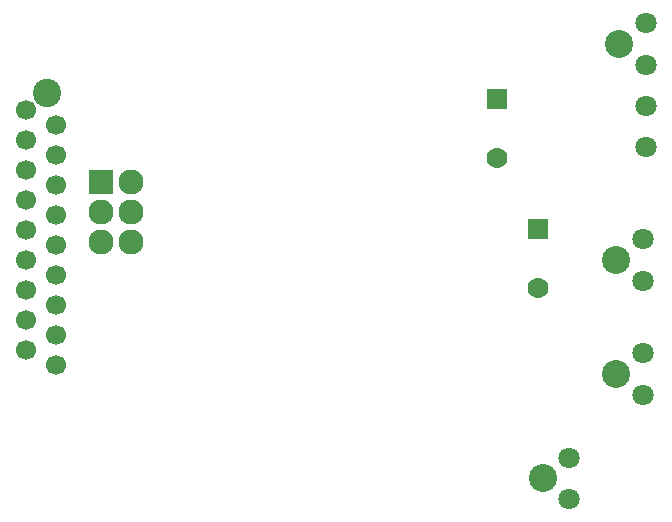
<source format=gbr>
G04 #@! TF.FileFunction,Soldermask,Bot*
%FSLAX46Y46*%
G04 Gerber Fmt 4.6, Leading zero omitted, Abs format (unit mm)*
G04 Created by KiCad (PCBNEW 4.0.7) date 02/19/18 12:51:33*
%MOMM*%
%LPD*%
G01*
G04 APERTURE LIST*
%ADD10C,0.100000*%
%ADD11R,1.771600X1.771600*%
%ADD12C,1.771600*%
%ADD13C,1.797000*%
%ADD14C,2.381000*%
%ADD15R,2.127200X2.127200*%
%ADD16O,2.127200X2.127200*%
%ADD17C,1.700000*%
%ADD18C,2.400000*%
G04 APERTURE END LIST*
D10*
D11*
X107188000Y-65100200D03*
D12*
X107188000Y-70104000D03*
D11*
X110617000Y-76149200D03*
D12*
X110617000Y-81153000D03*
D13*
X119761000Y-62230000D03*
X119761000Y-58730000D03*
D14*
X117531000Y-60480000D03*
D13*
X119761000Y-65730000D03*
X119761000Y-69230000D03*
X113284000Y-99004000D03*
X113284000Y-95504000D03*
D14*
X111054000Y-97254000D03*
D13*
X119507000Y-90170000D03*
X119507000Y-86670000D03*
D14*
X117277000Y-88420000D03*
D13*
X119507000Y-80518000D03*
X119507000Y-77018000D03*
D14*
X117277000Y-78768000D03*
D15*
X73660000Y-72136000D03*
D16*
X76200000Y-72136000D03*
X73660000Y-74676000D03*
X76200000Y-74676000D03*
X73660000Y-77216000D03*
X76200000Y-77216000D03*
D17*
X67310000Y-71120000D03*
X67310000Y-68580000D03*
X67310000Y-66040000D03*
X67310000Y-73660000D03*
X69850000Y-67310000D03*
X69850000Y-69850000D03*
X69850000Y-72390000D03*
X69850000Y-74930000D03*
X67310000Y-76200000D03*
X69850000Y-77470000D03*
X67310000Y-78740000D03*
X69850000Y-80010000D03*
X67310000Y-81280000D03*
X69850000Y-82550000D03*
X67310000Y-83820000D03*
X69850000Y-85090000D03*
X67310000Y-86360000D03*
X69850000Y-87630000D03*
D18*
X69110000Y-64640000D03*
M02*

</source>
